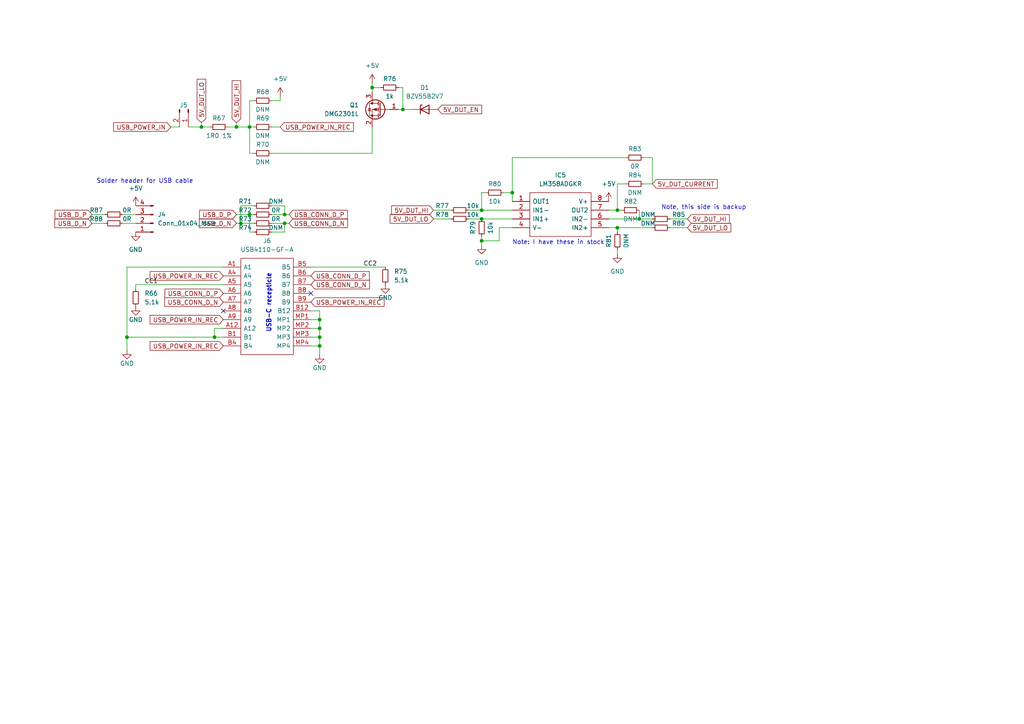
<source format=kicad_sch>
(kicad_sch (version 20211123) (generator eeschema)
  (paper "A4")
  (lib_symbols
    (symbol "Connector:Conn_01x02_Male" (pin_names (offset 1.016) hide)
      (property "Reference" "J" (at 0 2.54 0))
      (property "Value" "Conn_01x02_Male" (at 0 -5.08 0))
      (symbol "Conn_01x02_Male_1_1"
        (polyline (pts (xy 1.27 -2.54) (xy 0.8636 -2.54)) (stroke (width 0.1524)))
        (polyline (pts (xy 1.27 0) (xy 0.8636 0)) (stroke (width 0.1524)))
        (rectangle (start 0.8636 -2.413) (end 0 -2.667) (stroke (width 0.1524)) (fill (type outline)))
        (rectangle (start 0.8636 0.127) (end 0 -0.127) (stroke (width 0.1524)) (fill (type outline)))
        (pin passive line (at 5.08 0 180) (length 3.81) (name "Pin_1") (number "1"))
        (pin passive line (at 5.08 -2.54 180) (length 3.81) (name "Pin_2") (number "2"))
      )
    )
    (symbol "Connector:Conn_01x04_Male" (pin_names (offset 1.016) hide)
      (property "Reference" "J" (at 0 5.08 0))
      (property "Value" "Conn_01x04_Male" (at 0 -7.62 0))
      (symbol "Conn_01x04_Male_1_1"
        (polyline (pts (xy 1.27 -5.08) (xy 0.8636 -5.08)) (stroke (width 0.1524)))
        (polyline (pts (xy 1.27 -2.54) (xy 0.8636 -2.54)) (stroke (width 0.1524)))
        (polyline (pts (xy 1.27 0) (xy 0.8636 0)) (stroke (width 0.1524)))
        (polyline (pts (xy 1.27 2.54) (xy 0.8636 2.54)) (stroke (width 0.1524)))
        (rectangle (start 0.8636 -4.953) (end 0 -5.207) (stroke (width 0.1524)) (fill (type outline)))
        (rectangle (start 0.8636 -2.413) (end 0 -2.667) (stroke (width 0.1524)) (fill (type outline)))
        (rectangle (start 0.8636 0.127) (end 0 -0.127) (stroke (width 0.1524)) (fill (type outline)))
        (rectangle (start 0.8636 2.667) (end 0 2.413) (stroke (width 0.1524)) (fill (type outline)))
        (pin passive line (at 5.08 2.54 180) (length 3.81) (name "Pin_1") (number "1"))
        (pin passive line (at 5.08 0 180) (length 3.81) (name "Pin_2") (number "2"))
        (pin passive line (at 5.08 -2.54 180) (length 3.81) (name "Pin_3") (number "3"))
        (pin passive line (at 5.08 -5.08 180) (length 3.81) (name "Pin_4") (number "4"))
      )
    )
    (symbol "Device:R_Small" (pin_numbers hide) (pin_names (offset 0.254) hide)
      (property "Reference" "R" (at 0.762 0.508 0))
      (property "Value" "R_Small" (at 0.762 -1.016 0))
      (symbol "R_Small_0_1"
        (rectangle (start -0.762 1.778) (end 0.762 -1.778) (stroke (width 0.2032)))
      )
      (symbol "R_Small_1_1"
        (pin passive line (at 0 2.54 270) (length 0.762) (name "~") (number "1"))
        (pin passive line (at 0 -2.54 90) (length 0.762) (name "~") (number "2"))
      )
    )
    (symbol "Diode:BZV55B2V7" (pin_numbers hide) (pin_names (offset 1.016) hide)
      (property "Reference" "D" (at 0 2.54 0))
      (property "Value" "BZV55B2V7" (at 0 -2.54 0))
      (symbol "BZV55B2V7_0_1"
        (polyline (pts (xy 1.27 0) (xy -1.27 0)))
        (polyline (pts (xy -1.27 -1.27) (xy -1.27 1.27) (xy -0.762 1.27)) (stroke (width 0.254)))
        (polyline (pts (xy 1.27 -1.27) (xy 1.27 1.27) (xy -1.27 0) (xy 1.27 -1.27)) (stroke (width 0.254)))
      )
      (symbol "BZV55B2V7_1_1"
        (pin passive line (at -3.81 0 0) (length 2.54) (name "K") (number "1"))
        (pin passive line (at 3.81 0 180) (length 2.54) (name "A") (number "2"))
      )
    )
    (symbol "SamacSys_Parts:LM358ADGKR" (pin_names (offset 0.762))
      (property "Reference" "IC" (at 24.13 7.62 0))
      (property "Value" "LM358ADGKR" (at 24.13 5.08 0))
      (symbol "LM358ADGKR_0_0"
        (pin passive line (at 0 0 0) (length 5.08) (name "OUT1") (number "1"))
        (pin passive line (at 0 -2.54 0) (length 5.08) (name "IN1-") (number "2"))
        (pin passive line (at 0 -5.08 0) (length 5.08) (name "IN1+") (number "3"))
        (pin passive line (at 0 -7.62 0) (length 5.08) (name "V-") (number "4"))
        (pin passive line (at 27.94 -7.62 180) (length 5.08) (name "IN2+") (number "5"))
        (pin passive line (at 27.94 -5.08 180) (length 5.08) (name "IN2-") (number "6"))
        (pin passive line (at 27.94 -2.54 180) (length 5.08) (name "OUT2") (number "7"))
        (pin passive line (at 27.94 0 180) (length 5.08) (name "V+") (number "8"))
      )
      (symbol "LM358ADGKR_0_1"
        (polyline (pts (xy 5.08 2.54) (xy 22.86 2.54) (xy 22.86 -10.16) (xy 5.08 -10.16) (xy 5.08 2.54)) (stroke (width 0.1524)))
      )
    )
    (symbol "SamacSys_Parts:USB4110-GF-A" (pin_names (offset 0.762))
      (property "Reference" "J" (at 21.59 7.62 0))
      (property "Value" "USB4110-GF-A" (at 21.59 5.08 0))
      (symbol "USB4110-GF-A_0_0"
        (pin passive line (at 0 0 0) (length 5.08) (name "A1") (number "A1"))
        (pin passive line (at 0 -17.78 0) (length 5.08) (name "A12") (number "A12"))
        (pin passive line (at 0 -2.54 0) (length 5.08) (name "A4") (number "A4"))
        (pin passive line (at 0 -5.08 0) (length 5.08) (name "A5") (number "A5"))
        (pin passive line (at 0 -7.62 0) (length 5.08) (name "A6") (number "A6"))
        (pin passive line (at 0 -10.16 0) (length 5.08) (name "A7") (number "A7"))
        (pin passive line (at 0 -12.7 0) (length 5.08) (name "A8") (number "A8"))
        (pin passive line (at 0 -15.24 0) (length 5.08) (name "A9") (number "A9"))
        (pin passive line (at 0 -20.32 0) (length 5.08) (name "B1") (number "B1"))
        (pin passive line (at 25.4 -12.7 180) (length 5.08) (name "B12") (number "B12"))
        (pin passive line (at 0 -22.86 0) (length 5.08) (name "B4") (number "B4"))
        (pin passive line (at 25.4 0 180) (length 5.08) (name "B5") (number "B5"))
        (pin passive line (at 25.4 -2.54 180) (length 5.08) (name "B6") (number "B6"))
        (pin passive line (at 25.4 -5.08 180) (length 5.08) (name "B7") (number "B7"))
        (pin passive line (at 25.4 -7.62 180) (length 5.08) (name "B8") (number "B8"))
        (pin passive line (at 25.4 -10.16 180) (length 5.08) (name "B9") (number "B9"))
        (pin passive line (at 25.4 -15.24 180) (length 5.08) (name "MP1") (number "MP1"))
        (pin passive line (at 25.4 -17.78 180) (length 5.08) (name "MP2") (number "MP2"))
        (pin passive line (at 25.4 -20.32 180) (length 5.08) (name "MP3") (number "MP3"))
        (pin passive line (at 25.4 -22.86 180) (length 5.08) (name "MP4") (number "MP4"))
      )
      (symbol "USB4110-GF-A_0_1"
        (polyline (pts (xy 5.08 2.54) (xy 20.32 2.54) (xy 20.32 -25.4) (xy 5.08 -25.4) (xy 5.08 2.54)) (stroke (width 0.1524)))
      )
    )
    (symbol "Transistor_FET:DMG2301L" (pin_names hide)
      (property "Reference" "Q" (at 5.08 1.905 0))
      (property "Value" "DMG2301L" (at 5.08 0 0))
      (symbol "DMG2301L_0_1"
        (polyline (pts (xy 0.254 0) (xy -2.54 0)))
        (polyline (pts (xy 0.254 1.905) (xy 0.254 -1.905)) (stroke (width 0.254)))
        (polyline (pts (xy 0.762 -1.27) (xy 0.762 -2.286)) (stroke (width 0.254)))
        (polyline (pts (xy 0.762 0.508) (xy 0.762 -0.508)) (stroke (width 0.254)))
        (polyline (pts (xy 0.762 2.286) (xy 0.762 1.27)) (stroke (width 0.254)))
        (polyline (pts (xy 2.54 2.54) (xy 2.54 1.778)))
        (polyline (pts (xy 2.54 -2.54) (xy 2.54 0) (xy 0.762 0)))
        (polyline (pts (xy 0.762 1.778) (xy 3.302 1.778) (xy 3.302 -1.778) (xy 0.762 -1.778)))
        (polyline (pts (xy 2.286 0) (xy 1.27 0.381) (xy 1.27 -0.381) (xy 2.286 0)) (fill (type outline)))
        (polyline (pts (xy 2.794 -0.508) (xy 2.921 -0.381) (xy 3.683 -0.381) (xy 3.81 -0.254)))
        (polyline (pts (xy 3.302 -0.381) (xy 2.921 0.254) (xy 3.683 0.254) (xy 3.302 -0.381)))
        (circle (center 1.651 0) (radius 2.794) (stroke (width 0.254)))
        (circle (center 2.54 -1.778) (radius 0.254) (fill (type outline)))
        (circle (center 2.54 1.778) (radius 0.254) (fill (type outline)))
      )
      (symbol "DMG2301L_1_1"
        (pin input line (at -5.08 0 0) (length 2.54) (name "G") (number "1"))
        (pin passive line (at 2.54 -5.08 90) (length 2.54) (name "S") (number "2"))
        (pin passive line (at 2.54 5.08 270) (length 2.54) (name "D") (number "3"))
      )
    )
    (symbol "power:+5V" (power) (pin_names (offset 0))
      (property "Value" "+5V" (at 0 3.556 0))
      (symbol "+5V_0_1"
        (polyline (pts (xy -0.762 1.27) (xy 0 2.54)))
        (polyline (pts (xy 0 0) (xy 0 2.54)))
        (polyline (pts (xy 0 2.54) (xy 0.762 1.27)))
      )
      (symbol "+5V_1_1"
        (pin power_in line (at 0 0 90) (length 0) hide (name "+5V") (number "1"))
      )
    )
    (symbol "power:GND" (power) (pin_names (offset 0))
      (property "Value" "GND" (at 0 -3.81 0))
      (symbol "GND_0_1"
        (polyline (pts (xy 0 0) (xy 0 -1.27) (xy 1.27 -1.27) (xy 0 -2.54) (xy -1.27 -1.27) (xy 0 -1.27)))
      )
      (symbol "GND_1_1"
        (pin power_in line (at 0 0 270) (length 0) hide (name "GND") (number "1"))
      )
    )
  )
  (junction (at 92.71 100.33))
  (junction (at 139.7 60.96))
  (junction (at 185.42 63.5))
  (junction (at 36.83 97.79))
  (junction (at 69.85 64.77))
  (junction (at 72.39 36.83))
  (junction (at 68.58 36.83))
  (junction (at 179.07 60.96))
  (junction (at 139.7 63.5))
  (junction (at 107.95 25.4))
  (junction (at 92.71 92.71))
  (junction (at 62.23 97.79))
  (junction (at 148.59 55.88))
  (junction (at 116.84 31.75))
  (junction (at 92.71 97.79))
  (junction (at 72.39 62.23))
  (junction (at 92.71 95.25))
  (junction (at 139.7 69.85))
  (junction (at 82.55 64.77))
  (junction (at 179.07 66.04))
  (junction (at 82.55 62.23))
  (junction (at 58.42 36.83))
  (no_connect (at 64.77 90.17))
  (no_connect (at 90.17 85.09))
  (wire (pts (xy 78.74 36.83) (xy 81.28 36.83)))
  (wire (pts (xy 69.85 64.77) (xy 73.66 64.77)))
  (wire (pts (xy 26.67 62.23) (xy 30.48 62.23)))
  (wire (pts (xy 185.42 60.96) (xy 185.42 63.5)))
  (wire (pts (xy 64.77 82.55) (xy 39.37 82.55)))
  (wire (pts (xy 58.42 35.56) (xy 58.42 36.83)))
  (wire (pts (xy 125.73 60.96) (xy 130.81 60.96)))
  (wire (pts (xy 69.85 64.77) (xy 69.85 59.69)))
  (wire (pts (xy 36.83 77.47) (xy 64.77 77.47)))
  (wire (pts (xy 116.84 31.75) (xy 119.38 31.75)))
  (wire (pts (xy 148.59 58.42) (xy 148.59 55.88)))
  (wire (pts (xy 189.23 63.5) (xy 185.42 63.5)))
  (wire (pts (xy 35.56 64.77) (xy 39.37 64.77)))
  (wire (pts (xy 39.37 82.55) (xy 39.37 83.82)))
  (wire (pts (xy 92.71 92.71) (xy 92.71 90.17)))
  (wire (pts (xy 35.56 62.23) (xy 39.37 62.23)))
  (wire (pts (xy 62.23 95.25) (xy 62.23 97.79)))
  (wire (pts (xy 64.77 95.25) (xy 62.23 95.25)))
  (wire (pts (xy 90.17 97.79) (xy 92.71 97.79)))
  (wire (pts (xy 68.58 62.23) (xy 72.39 62.23)))
  (wire (pts (xy 189.23 53.34) (xy 186.69 53.34)))
  (wire (pts (xy 107.95 44.45) (xy 107.95 36.83)))
  (wire (pts (xy 92.71 102.87) (xy 92.71 100.33)))
  (wire (pts (xy 139.7 68.58) (xy 139.7 69.85)))
  (wire (pts (xy 140.97 55.88) (xy 139.7 55.88)))
  (wire (pts (xy 78.74 59.69) (xy 82.55 59.69)))
  (wire (pts (xy 78.74 64.77) (xy 82.55 64.77)))
  (wire (pts (xy 186.69 45.72) (xy 189.23 45.72)))
  (wire (pts (xy 148.59 55.88) (xy 146.05 55.88)))
  (wire (pts (xy 139.7 60.96) (xy 148.59 60.96)))
  (wire (pts (xy 72.39 36.83) (xy 72.39 44.45)))
  (wire (pts (xy 179.07 60.96) (xy 176.53 60.96)))
  (wire (pts (xy 107.95 24.13) (xy 107.95 25.4)))
  (wire (pts (xy 125.73 63.5) (xy 130.81 63.5)))
  (wire (pts (xy 116.84 31.75) (xy 115.57 31.75)))
  (wire (pts (xy 139.7 63.5) (xy 148.59 63.5)))
  (wire (pts (xy 144.78 66.04) (xy 148.59 66.04)))
  (wire (pts (xy 72.39 62.23) (xy 73.66 62.23)))
  (wire (pts (xy 199.39 63.5) (xy 194.31 63.5)))
  (wire (pts (xy 90.17 77.47) (xy 111.76 77.47)))
  (wire (pts (xy 179.07 60.96) (xy 179.07 53.34)))
  (wire (pts (xy 78.74 67.31) (xy 82.55 67.31)))
  (wire (pts (xy 72.39 67.31) (xy 72.39 62.23)))
  (wire (pts (xy 49.53 36.83) (xy 52.07 36.83)))
  (wire (pts (xy 90.17 100.33) (xy 92.71 100.33)))
  (wire (pts (xy 135.89 63.5) (xy 139.7 63.5)))
  (wire (pts (xy 72.39 44.45) (xy 73.66 44.45)))
  (wire (pts (xy 199.39 66.04) (xy 194.31 66.04)))
  (wire (pts (xy 62.23 97.79) (xy 64.77 97.79)))
  (wire (pts (xy 90.17 95.25) (xy 92.71 95.25)))
  (wire (pts (xy 82.55 67.31) (xy 82.55 64.77)))
  (wire (pts (xy 81.28 29.21) (xy 78.74 29.21)))
  (wire (pts (xy 189.23 45.72) (xy 189.23 53.34)))
  (wire (pts (xy 36.83 97.79) (xy 36.83 77.47)))
  (wire (pts (xy 69.85 59.69) (xy 73.66 59.69)))
  (wire (pts (xy 148.59 45.72) (xy 181.61 45.72)))
  (wire (pts (xy 92.71 97.79) (xy 92.71 95.25)))
  (wire (pts (xy 92.71 90.17) (xy 90.17 90.17)))
  (wire (pts (xy 92.71 95.25) (xy 92.71 92.71)))
  (wire (pts (xy 68.58 64.77) (xy 69.85 64.77)))
  (wire (pts (xy 36.83 101.6) (xy 36.83 97.79)))
  (wire (pts (xy 68.58 36.83) (xy 72.39 36.83)))
  (wire (pts (xy 179.07 67.31) (xy 179.07 66.04)))
  (wire (pts (xy 72.39 29.21) (xy 72.39 36.83)))
  (wire (pts (xy 135.89 60.96) (xy 139.7 60.96)))
  (wire (pts (xy 92.71 100.33) (xy 92.71 97.79)))
  (wire (pts (xy 116.84 25.4) (xy 116.84 31.75)))
  (wire (pts (xy 107.95 25.4) (xy 110.49 25.4)))
  (wire (pts (xy 73.66 29.21) (xy 72.39 29.21)))
  (wire (pts (xy 36.83 97.79) (xy 62.23 97.79)))
  (wire (pts (xy 82.55 59.69) (xy 82.55 62.23)))
  (wire (pts (xy 107.95 25.4) (xy 107.95 26.67)))
  (wire (pts (xy 139.7 69.85) (xy 144.78 69.85)))
  (wire (pts (xy 115.57 25.4) (xy 116.84 25.4)))
  (wire (pts (xy 189.23 66.04) (xy 179.07 66.04)))
  (wire (pts (xy 179.07 66.04) (xy 176.53 66.04)))
  (wire (pts (xy 72.39 36.83) (xy 73.66 36.83)))
  (wire (pts (xy 144.78 69.85) (xy 144.78 66.04)))
  (wire (pts (xy 81.28 27.94) (xy 81.28 29.21)))
  (wire (pts (xy 26.67 64.77) (xy 30.48 64.77)))
  (wire (pts (xy 148.59 55.88) (xy 148.59 45.72)))
  (wire (pts (xy 82.55 62.23) (xy 83.82 62.23)))
  (wire (pts (xy 82.55 64.77) (xy 83.82 64.77)))
  (wire (pts (xy 90.17 92.71) (xy 92.71 92.71)))
  (wire (pts (xy 185.42 63.5) (xy 176.53 63.5)))
  (wire (pts (xy 139.7 55.88) (xy 139.7 60.96)))
  (wire (pts (xy 139.7 69.85) (xy 139.7 71.12)))
  (wire (pts (xy 179.07 53.34) (xy 181.61 53.34)))
  (wire (pts (xy 78.74 44.45) (xy 107.95 44.45)))
  (wire (pts (xy 179.07 72.39) (xy 179.07 73.66)))
  (wire (pts (xy 58.42 36.83) (xy 60.96 36.83)))
  (wire (pts (xy 68.58 35.56) (xy 68.58 36.83)))
  (wire (pts (xy 73.66 67.31) (xy 72.39 67.31)))
  (wire (pts (xy 66.04 36.83) (xy 68.58 36.83)))
  (wire (pts (xy 180.34 60.96) (xy 179.07 60.96)))
  (wire (pts (xy 78.74 62.23) (xy 82.55 62.23)))
  (wire (pts (xy 54.61 36.83) (xy 58.42 36.83)))
  (text "Solder header for USB cable" (at 27.94 53.34 0) (effects (font (size 1.27 1.27)) (justify left bottom)))
  (text "Note, this side is backup" (at 191.77 60.96 0) (effects (font (size 1.27 1.27)) (justify left bottom)))
  (text "USB-C recepticle" (at 78.74 96.52 90) (effects (font (size 1.27 1.27) (thickness 0.254) bold) (justify left bottom)))
  (text "Note: I have these in stock" (at 148.59 71.12 0) (effects (font (size 1.27 1.27)) (justify left bottom)))
  (label "CC1" (at 41.91 82.55 0))
  (label "CC2" (at 105.41 77.47 0))
  (global_label "USB_CONN_D_N" (shape input) (at 64.77 87.63 180) (property "Intersheet References" "${INTERSHEET_REFS}" (effects hide)))
  (global_label "USB_D_P" (shape input) (at 68.58 62.23 180) (property "Intersheet References" "${INTERSHEET_REFS}" (effects hide)))
  (global_label "USB_CONN_D_P" (shape input) (at 90.17 80.01 0) (property "Intersheet References" "${INTERSHEET_REFS}" (effects hide)))
  (global_label "5V_DUT_CURRENT" (shape input) (at 189.23 53.34 0) (property "Intersheet References" "${INTERSHEET_REFS}" (effects hide)))
  (global_label "USB_POWER_IN_REC" (shape input) (at 64.77 92.71 180) (property "Intersheet References" "${INTERSHEET_REFS}" (effects hide)))
  (global_label "USB_CONN_D_N" (shape input) (at 90.17 82.55 0) (property "Intersheet References" "${INTERSHEET_REFS}" (effects hide)))
  (global_label "USB_POWER_IN" (shape input) (at 49.53 36.83 180) (property "Intersheet References" "${INTERSHEET_REFS}" (effects hide)))
  (global_label "5V_DUT_LO" (shape input) (at 125.73 63.5 180) (property "Intersheet References" "${INTERSHEET_REFS}" (effects hide)))
  (global_label "USB_POWER_IN_REC" (shape input) (at 64.77 100.33 180) (property "Intersheet References" "${INTERSHEET_REFS}" (effects hide)))
  (global_label "5V_DUT_LO" (shape input) (at 58.42 35.56 90) (property "Intersheet References" "${INTERSHEET_REFS}" (effects hide)))
  (global_label "USB_CONN_D_P" (shape input) (at 64.77 85.09 180) (property "Intersheet References" "${INTERSHEET_REFS}" (effects hide)))
  (global_label "5V_DUT_EN" (shape input) (at 127 31.75 0) (property "Intersheet References" "${INTERSHEET_REFS}" (effects hide)))
  (global_label "USB_CONN_D_P" (shape input) (at 83.82 62.23 0) (property "Intersheet References" "${INTERSHEET_REFS}" (effects hide)))
  (global_label "5V_DUT_LO" (shape input) (at 199.39 66.04 0) (property "Intersheet References" "${INTERSHEET_REFS}" (effects hide)))
  (global_label "5V_DUT_HI" (shape input) (at 199.39 63.5 0) (property "Intersheet References" "${INTERSHEET_REFS}" (effects hide)))
  (global_label "USB_D_N" (shape input) (at 68.58 64.77 180) (property "Intersheet References" "${INTERSHEET_REFS}" (effects hide)))
  (global_label "5V_DUT_HI" (shape input) (at 68.58 35.56 90) (property "Intersheet References" "${INTERSHEET_REFS}" (effects hide)))
  (global_label "USB_POWER_IN_REC" (shape input) (at 81.28 36.83 0) (property "Intersheet References" "${INTERSHEET_REFS}" (effects hide)))
  (global_label "USB_POWER_IN_REC" (shape input) (at 90.17 87.63 0) (property "Intersheet References" "${INTERSHEET_REFS}" (effects hide)))
  (global_label "USB_CONN_D_N" (shape input) (at 83.82 64.77 0) (property "Intersheet References" "${INTERSHEET_REFS}" (effects hide)))
  (global_label "USB_D_N" (shape input) (at 26.67 64.77 180) (property "Intersheet References" "${INTERSHEET_REFS}" (effects hide)))
  (global_label "5V_DUT_HI" (shape input) (at 125.73 60.96 180) (property "Intersheet References" "${INTERSHEET_REFS}" (effects hide)))
  (global_label "USB_D_P" (shape input) (at 26.67 62.23 180) (property "Intersheet References" "${INTERSHEET_REFS}" (effects hide)))
  (global_label "USB_POWER_IN_REC" (shape input) (at 64.77 80.01 180) (property "Intersheet References" "${INTERSHEET_REFS}" (effects hide)))
  (symbol (lib_id "Connector:Conn_01x02_Male") (at 54.61 31.75 270) (unit 1)
    (property "Reference" "J5" (at 52.07 30.48 90) (effects (justify left)))
    (property "Value" "Conn_01x02_Male" (effects hide))
    (property "Footprint" "Connector_PinHeader_2.54mm:PinHeader_1x02_P2.54mm_Vertical" (effects hide))
  )
  (symbol (lib_id "Device:R_Small") (at 76.2 59.69 90) (unit 1)
    (property "Reference" "R71" (at 71.12 58.42 90))
    (property "Value" "DNM" (at 80.01 58.42 90))
    (property "Footprint" "Resistor_SMD:R_0603_1608Metric" (effects hide))
  )
  (symbol (lib_id "power:+5V") (at 107.95 24.13 0) (unit 1)
    (property "Reference" "#PWR0156" (effects hide))
    (property "Value" "+5V" (at 107.95 19.05 0))
  )
  (symbol (lib_id "Device:R_Small") (at 191.77 66.04 90) (mirror x) (unit 1)
    (property "Reference" "R86" (at 196.85 64.77 90))
    (property "Value" "DNM" (at 187.96 64.77 90))
    (property "Footprint" "Resistor_SMD:R_0402_1005Metric" (effects hide))
  )
  (symbol (lib_id "power:GND") (at 39.37 88.9 0) (unit 1)
    (property "Reference" "#PWR0152" (effects hide))
    (property "Value" "GND" (at 39.37 92.71 0))
  )
  (symbol (lib_id "Device:R_Small") (at 63.5 36.83 270) (unit 1)
    (property "Reference" "R67" (at 63.5 34.29 90))
    (property "Value" "1R0 1%" (at 63.5 39.37 90))
    (property "Footprint" "Resistor_SMD:R_0603_1608Metric" (effects hide))
  )
  (symbol (lib_id "Device:R_Small") (at 182.88 60.96 90) (mirror x) (unit 1)
    (property "Reference" "R82" (at 182.88 58.42 90))
    (property "Value" "DNM" (at 182.88 63.5 90))
    (property "Footprint" "Resistor_SMD:R_0402_1005Metric" (effects hide))
  )
  (symbol (lib_id "Device:R_Small") (at 76.2 67.31 90) (unit 1)
    (property "Reference" "R74" (at 71.12 66.04 90))
    (property "Value" "DNM" (at 80.01 66.04 90))
    (property "Footprint" "Resistor_SMD:R_0603_1608Metric" (effects hide))
  )
  (symbol (lib_id "Device:R_Small") (at 133.35 63.5 270) (unit 1)
    (property "Reference" "R78" (at 128.27 62.23 90))
    (property "Value" "10k" (at 137.16 62.23 90))
    (property "Footprint" "Resistor_SMD:R_0402_1005Metric" (effects hide))
  )
  (symbol (lib_id "Device:R_Small") (at 184.15 45.72 270) (unit 1)
    (property "Reference" "R83" (at 184.15 43.18 90))
    (property "Value" "0R" (at 184.15 48.26 90))
    (property "Footprint" "Resistor_SMD:R_0402_1005Metric" (effects hide))
  )
  (symbol (lib_id "Connector:Conn_01x04_Male") (at 44.45 64.77 180) (unit 1)
    (property "Reference" "J4" (at 45.72 62.2299 0) (effects (justify right)))
    (property "Value" "Conn_01x04_Male" (at 45.72 64.7699 0) (effects (justify right)))
    (property "Footprint" "Connector_PinHeader_2.54mm:PinHeader_1x04_P2.54mm_Vertical" (effects hide))
  )
  (symbol (lib_id "Diode:BZV55B2V7") (at 123.19 31.75 0) (unit 1)
    (property "Reference" "D1" (at 123.19 25.4 0))
    (property "Value" "BZV55B2V7" (at 123.19 27.94 0))
    (property "Footprint" "Diode_SMD:D_MiniMELF" (effects hide))
    (property "Datasheet" "https://assets.nexperia.com/documents/data-sheet/BZV55_SER.pdf" (effects hide))
  )
  (symbol (lib_id "Device:R_Small") (at 76.2 36.83 270) (unit 1)
    (property "Reference" "R69" (at 76.2 34.29 90))
    (property "Value" "DNM" (at 76.2 39.37 90))
    (property "Footprint" "Resistor_SMD:R_0402_1005Metric" (effects hide))
  )
  (symbol (lib_id "Transistor_FET:DMG2301L") (at 110.49 31.75 0) (mirror y) (unit 1)
    (property "Reference" "Q1" (at 104.14 30.4799 0) (effects (justify left)))
    (property "Value" "DMG2301L" (at 104.14 33.0199 0) (effects (justify left)))
    (property "Footprint" "Package_TO_SOT_SMD:SOT-23" (effects hide))
    (property "Datasheet" "https://www.diodes.com/assets/Datasheets/DMG2301L.pdf" (effects hide))
  )
  (symbol (lib_id "Device:R_Small") (at 139.7 66.04 0) (unit 1)
    (property "Reference" "R79" (at 137.16 66.04 90))
    (property "Value" "10k" (at 142.24 66.04 90))
    (property "Footprint" "Resistor_SMD:R_0402_1005Metric" (effects hide))
  )
  (symbol (lib_id "SamacSys_Parts:LM358ADGKR") (at 148.59 58.42 0) (unit 1)
    (property "Reference" "IC5" (at 162.56 50.8 0))
    (property "Value" "LM358ADGKR" (at 162.56 53.34 0))
    (property "Footprint" "SOP65P490X110-8N" (effects hide))
    (property "Datasheet" "http://www.ti.com/lit/gpn/lm358a" (effects hide))
    (property "Description" "Dual improved offset, standard operational amplifier<br />" (effects hide))
    (property "Height" "1.1" (effects hide))
    (property "Mouser Part Number" "595-LM358ADGKR" (effects hide))
    (property "Mouser Price/Stock" "https://www.mouser.co.uk/ProductDetail/Texas-Instruments/LM358ADGKR?qs=VBduBm9rCJR9ktV5H5OEpA%3D%3D" (effects hide))
    (property "Manufacturer_Name" "Texas Instruments" (effects hide))
    (property "Manufacturer_Part_Number" "LM358ADGKR" (effects hide))
  )
  (symbol (lib_id "Device:R_Small") (at 184.15 53.34 270) (unit 1)
    (property "Reference" "R84" (at 184.15 50.8 90))
    (property "Value" "DNM" (at 184.15 55.88 90))
    (property "Footprint" "Resistor_SMD:R_0402_1005Metric" (effects hide))
  )
  (symbol (lib_id "Device:R_Small") (at 143.51 55.88 270) (unit 1)
    (property "Reference" "R80" (at 143.51 53.34 90))
    (property "Value" "10k" (at 143.51 58.42 90))
    (property "Footprint" "Resistor_SMD:R_0402_1005Metric" (effects hide))
  )
  (symbol (lib_id "power:GND") (at 111.76 82.55 0) (unit 1)
    (property "Reference" "#PWR0154" (effects hide))
    (property "Value" "GND" (at 111.76 86.36 0))
  )
  (symbol (lib_id "power:GND") (at 139.7 71.12 0) (unit 1)
    (property "Reference" "#PWR0157" (effects hide))
    (property "Value" "GND" (at 139.7 76.2 0))
  )
  (symbol (lib_id "Device:R_Small") (at 76.2 62.23 270) (unit 1)
    (property "Reference" "R72" (at 71.12 60.96 90))
    (property "Value" "0R" (at 80.01 60.96 90))
    (property "Footprint" "Resistor_SMD:R_0402_1005Metric" (effects hide))
  )
  (symbol (lib_id "Device:R_Small") (at 191.77 63.5 90) (mirror x) (unit 1)
    (property "Reference" "R85" (at 196.85 62.23 90))
    (property "Value" "DNM" (at 187.96 62.23 90))
    (property "Footprint" "Resistor_SMD:R_0402_1005Metric" (effects hide))
  )
  (symbol (lib_id "Device:R_Small") (at 76.2 29.21 270) (unit 1)
    (property "Reference" "R68" (at 76.2 26.67 90))
    (property "Value" "DNM" (at 76.2 31.75 90))
    (property "Footprint" "Resistor_SMD:R_0402_1005Metric" (effects hide))
  )
  (symbol (lib_id "power:GND") (at 92.71 102.87 0) (unit 1)
    (property "Reference" "#PWR0153" (effects hide))
    (property "Value" "GND" (at 92.71 106.68 0))
  )
  (symbol (lib_id "Device:R_Small") (at 76.2 64.77 270) (unit 1)
    (property "Reference" "R73" (at 71.12 63.5 90))
    (property "Value" "0R" (at 80.01 63.5 90))
    (property "Footprint" "Resistor_SMD:R_0402_1005Metric" (effects hide))
  )
  (symbol (lib_id "power:GND") (at 179.07 73.66 0) (unit 1)
    (property "Reference" "#PWR0159" (effects hide))
    (property "Value" "GND" (at 179.07 78.74 0))
  )
  (symbol (lib_id "Device:R_Small") (at 33.02 62.23 270) (unit 1)
    (property "Reference" "R87" (at 27.94 60.96 90))
    (property "Value" "0R" (at 36.83 60.96 90))
    (property "Footprint" "Resistor_SMD:R_0402_1005Metric" (effects hide))
  )
  (symbol (lib_id "SamacSys_Parts:USB4110-GF-A") (at 64.77 77.47 0) (unit 1)
    (property "Reference" "J6" (at 77.47 69.85 0))
    (property "Value" "USB4110-GF-A" (at 77.47 72.39 0))
    (property "Footprint" "USB4110GFA" (effects hide))
    (property "Datasheet" "https://gct.co/files/drawings/usb4110.pdf" (effects hide))
    (property "Description" "CONN USB 2.0 TYPE-C R/A SMT" (effects hide))
    (property "Height" "3.26" (effects hide))
    (property "Mouser Part Number" "640-USB4110-GF-A" (effects hide))
    (property "Mouser Price/Stock" "https://www.mouser.co.uk/ProductDetail/GCT/USB4110-GF-A?qs=KUoIvG%2F9IlYiZvIXQjyJeA%3D%3D" (effects hide))
    (property "Manufacturer_Name" "GCT (GLOBAL CONNECTOR TECHNOLOGY)" (effects hide))
    (property "Manufacturer_Part_Number" "USB4110-GF-A" (effects hide))
    (property "LCSC" "C5143397" (effects hide))
  )
  (symbol (lib_id "power:+5V") (at 176.53 58.42 0) (unit 1)
    (property "Reference" "#PWR0158" (effects hide))
    (property "Value" "+5V" (at 176.53 53.34 0))
  )
  (symbol (lib_id "power:GND") (at 39.37 67.31 0) (unit 1)
    (property "Reference" "#PWR0160" (effects hide))
    (property "Value" "GND" (at 39.37 72.39 0))
  )
  (symbol (lib_id "Device:R_Small") (at 76.2 44.45 270) (unit 1)
    (property "Reference" "R70" (at 76.2 41.91 90))
    (property "Value" "DNM" (at 76.2 46.99 90))
    (property "Footprint" "Resistor_SMD:R_0402_1005Metric" (effects hide))
  )
  (symbol (lib_id "power:GND") (at 36.83 101.6 0) (unit 1)
    (property "Reference" "#PWR0151" (effects hide))
    (property "Value" "GND" (at 36.83 105.41 0))
  )
  (symbol (lib_id "Device:R_Small") (at 179.07 69.85 0) (unit 1)
    (property "Reference" "R81" (at 176.53 69.85 90))
    (property "Value" "DNM" (at 181.61 69.85 90))
    (property "Footprint" "Resistor_SMD:R_0402_1005Metric" (effects hide))
  )
  (symbol (lib_id "Device:R_Small") (at 113.03 25.4 90) (unit 1)
    (property "Reference" "R76" (at 113.03 22.86 90))
    (property "Value" "1k" (at 113.03 27.94 90))
    (property "Footprint" "Resistor_SMD:R_0402_1005Metric" (effects hide))
  )
  (symbol (lib_id "Device:R_Small") (at 111.76 80.01 0) (unit 1)
    (property "Reference" "R75" (at 114.3 78.7399 0) (effects (justify left)))
    (property "Value" "5.1k" (at 114.3 81.2799 0) (effects (justify left)))
    (property "Footprint" "Resistor_SMD:R_0402_1005Metric" (effects hide))
    (property "LCSC" "C258132" (effects hide))
  )
  (symbol (lib_id "Device:R_Small") (at 133.35 60.96 270) (unit 1)
    (property "Reference" "R77" (at 128.27 59.69 90))
    (property "Value" "10k" (at 137.16 59.69 90))
    (property "Footprint" "Resistor_SMD:R_0402_1005Metric" (effects hide))
  )
  (symbol (lib_id "Device:R_Small") (at 39.37 86.36 0) (unit 1)
    (property "Reference" "R66" (at 41.91 85.0899 0) (effects (justify left)))
    (property "Value" "5.1k" (at 41.91 87.6299 0) (effects (justify left)))
    (property "Footprint" "Resistor_SMD:R_0402_1005Metric" (effects hide))
    (property "LCSC" "C258132" (effects hide))
  )
  (symbol (lib_id "power:+5V") (at 81.28 27.94 0) (unit 1)
    (property "Reference" "#PWR0155" (effects hide))
    (property "Value" "+5V" (at 81.28 22.86 0))
  )
  (symbol (lib_id "Device:R_Small") (at 33.02 64.77 270) (unit 1)
    (property "Reference" "R88" (at 27.94 63.5 90))
    (property "Value" "0R" (at 36.83 63.5 90))
    (property "Footprint" "Resistor_SMD:R_0402_1005Metric" (effects hide))
  )
  (symbol (lib_id "power:+5V") (at 39.37 59.69 0) (unit 1)
    (property "Reference" "#PWR0161" (effects hide))
    (property "Value" "+5V" (at 39.37 54.61 0))
  )
)
</source>
